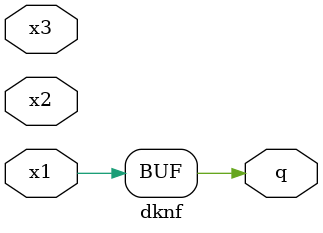
<source format=v>
module dknf( 
  input x1, x2, x3, 
  output q 
); 
  assign q = (x1); 
endmodule



</source>
